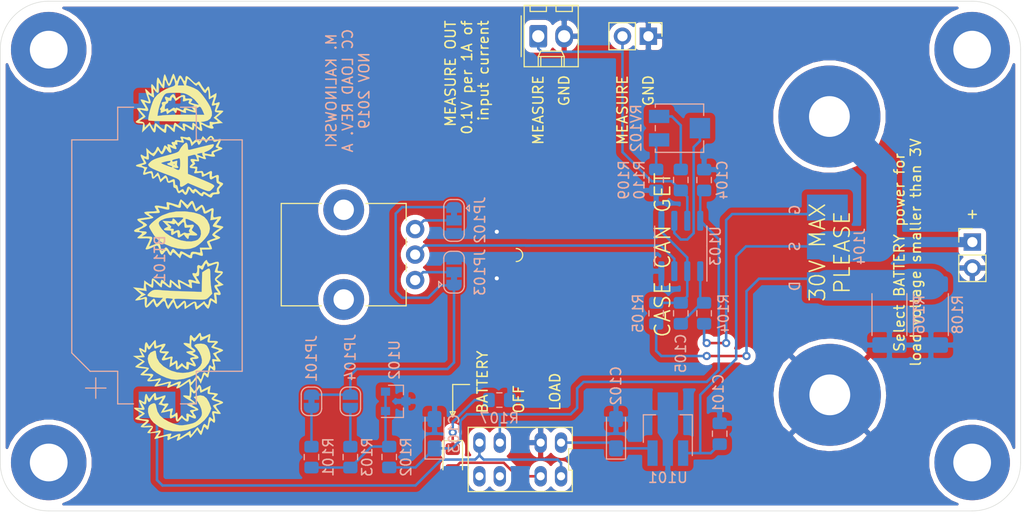
<source format=kicad_pcb>
(kicad_pcb (version 20171130) (host pcbnew "(5.1.2-1)-1")
  (layers (0 F.Cu signal) (31 B.Cu signal) (34 B.Paste user) (35 F.Paste user) (36 B.SilkS user hide) (37 F.SilkS user) (38 B.Mask user hide) (39 F.Mask user) (44 Edge.Cuts user))
  (net 0 "")
  (net 1 /BATTERY+)
  (net 2 GND)
  (net 3 VDD)
  (net 4 "Net-(C102-Pad1)")
  (net 5 "Net-(C103-Pad1)")
  (net 6 /SENSE)
  (net 7 "Net-(C105-Pad1)")
  (net 8 "Net-(D101-Pad2)")
  (net 9 "Net-(D101-Pad1)")
  (net 10 "Net-(H101-Pad1)")
  (net 11 "Net-(H102-Pad1)")
  (net 12 "Net-(H103-Pad1)")
  (net 13 "Net-(H104-Pad1)")
  (net 14 /MEASURE)
  (net 15 "Net-(JP101-Pad1)")
  (net 16 "Net-(JP101-Pad2)")
  (net 17 "Net-(JP102-Pad2)")
  (net 18 "Net-(JP103-Pad2)")
  (net 19 "Net-(JP104-Pad2)")
  (net 20 +2V5)
  (net 21 "Net-(J104-Pad2)")
  (net 22 "Net-(J104-Pad1)")
  (net 23 "Net-(RV101-Pad2)")
  (net 24 "Net-(RV102-Pad2)")
  (net 25 "Net-(SW101-Pad5)")
  (net 26 "Net-(SW101-Pad6)")
  (net 27 "Net-(R109-Pad1)")
  (net 28 "Net-(R110-Pad2)")
  (module CCLoad:Binding_Post_Caltest_CT2234 (layer F.Cu) (at 182.84 88.9)
    (fp_text reference J101 hide)
    (fp_text value BANANA)
    (pad 1 thru_hole circle (at 0 0) (size 10 10) (drill 4) (layers *.Cu *.Mask) (net 3 VDD))
  )
  (module CCLoad:logo_silk (layer F.Cu) (at 118.872 102.616 90)
    (fp_text reference G*** hide)
    (fp_text value LOGO hide)
  )
  (module CCLoad:hot_solder_mask (layer F.Cu) (at 172.339 102.235 90)
    (fp_text reference G*** hide)
    (fp_text value LOGO hide)
  )
  (module Resistor_SMD:R_2512_6332Metric_Pad1.52x3.35mm_HandSolder (layer B.Cu) (at 192.786 108.331 90)
    (fp_text reference R108 (at 0 2.62 90) (layer B.SilkS) (effects (justify mirror)))
    (fp_text value 0.1R)
    (pad 2 smd roundrect (at 2.9875 0 90) (size 1.525 3.35) (layers B.Cu B.Paste B.Mask) (roundrect_rratio 0.163934) (net 22 "Net-(J104-Pad1)"))
    (pad 1 smd roundrect (at -2.9875 0 90) (size 1.525 3.35) (layers B.Cu B.Paste B.Mask) (roundrect_rratio 0.163934) (net 2 GND))
  )
  (module CCLoad:BTS117_outboard (layer B.Cu) (at 182.64 101.64 270)
    (fp_text reference J104 (at 0 -3.161 270) (layer B.SilkS) (effects (justify mirror)))
    (fp_text value BTS117)
    (fp_text user D (at 3.897 3.189 270) (layer B.SilkS) (effects (justify mirror)))
    (fp_text user S (at 0 3.189 270) (layer B.SilkS) (effects (justify mirror)))
    (fp_text user G (at -3.596 3.189 270) (layer B.SilkS) (effects (justify mirror)))
    (pad 2 smd rect (at -3.81 0 270) (size 2.54 4) (layers B.Cu B.Paste B.Mask) (net 21 "Net-(J104-Pad2)"))
    (pad 1 smd rect (at 3.81 0 270) (size 2.54 4) (layers B.Cu B.Paste B.Mask) (net 22 "Net-(J104-Pad1)"))
    (pad 3 smd rect (at 0 0 270) (size 2.54 4) (layers B.Cu B.Paste B.Mask) (net 3 VDD))
  )
  (module CCLoad:Binding_Post_Caltest_CT2234 (layer F.Cu) (at 182.88 116.205)
    (fp_text reference J102 hide)
    (fp_text value BANANA)
    (pad 1 thru_hole circle (at 0 0) (size 10 10) (drill 4) (layers *.Cu *.Mask) (net 2 GND))
  )
  (module Capacitor_Tantalum_SMD:CP_EIA-3216-12_Kemet-S_Pad1.58x1.35mm_HandSolder (layer B.Cu) (at 144.145 120.015 90)
    (fp_text reference C103 (at 0 1.905 90) (layer B.SilkS) (effects (justify mirror)))
    (fp_text value 10uF)
    (pad 2 smd roundrect (at 1.4375 0 90) (size 1.575 1.35) (layers B.Cu B.Paste B.Mask) (roundrect_rratio 0.185185) (net 2 GND))
    (pad 1 smd roundrect (at -1.4375 0 90) (size 1.575 1.35) (layers B.Cu B.Paste B.Mask) (roundrect_rratio 0.185185) (net 5 "Net-(C103-Pad1)"))
  )
  (module Capacitor_Tantalum_SMD:CP_EIA-3216-12_Kemet-S_Pad1.58x1.35mm_HandSolder (layer B.Cu) (at 161.925 120.015 90)
    (fp_text reference C102 (at 4.699 0 90) (layer B.SilkS) (effects (justify mirror)))
    (fp_text value 10uF)
    (pad 2 smd roundrect (at 1.4375 0 90) (size 1.575 1.35) (layers B.Cu B.Paste B.Mask) (roundrect_rratio 0.185185) (net 2 GND))
    (pad 1 smd roundrect (at -1.4375 0 90) (size 1.575 1.35) (layers B.Cu B.Paste B.Mask) (roundrect_rratio 0.185185) (net 4 "Net-(C102-Pad1)"))
  )
  (module Battery:BatteryHolder_Keystone_1060_1x2032 (layer B.Cu) (at 116.94 102.54 90)
    (fp_text reference BT101 (at -0.33 0.281 270) (layer B.SilkS) (effects (justify mirror)))
    (fp_text value Battery_Cell)
    (pad 1 smd rect (at -14.65 0 270) (size 2.6 3.6) (layers B.Cu B.Paste B.Mask) (net 1 /BATTERY+))
    (pad 2 smd rect (at 14.65 0 270) (size 2.6 3.6) (layers B.Cu B.Paste B.Mask) (net 2 GND))
  )
  (module Package_SO:SOIC-8_3.9x4.9mm_P1.27mm (layer B.Cu) (at 168.275 101.6 90)
    (fp_text reference U103 (at 0 3.4 -90) (layer B.SilkS) (effects (justify mirror)))
    (fp_text value MCP6002-xP)
    (pad 8 smd roundrect (at 2.475 1.905 90) (size 1.95 0.6) (layers B.Cu B.Paste B.Mask) (net 5 "Net-(C103-Pad1)"))
    (pad 7 smd roundrect (at 2.475 0.635 90) (size 1.95 0.6) (layers B.Cu B.Paste B.Mask) (net 14 /MEASURE))
    (pad 6 smd roundrect (at 2.475 -0.635 90) (size 1.95 0.6) (layers B.Cu B.Paste B.Mask) (net 24 "Net-(RV102-Pad2)"))
    (pad 5 smd roundrect (at 2.475 -1.905 90) (size 1.95 0.6) (layers B.Cu B.Paste B.Mask) (net 6 /SENSE))
    (pad 4 smd roundrect (at -2.475 -1.905 90) (size 1.95 0.6) (layers B.Cu B.Paste B.Mask) (net 2 GND))
    (pad 3 smd roundrect (at -2.475 -0.635 90) (size 1.95 0.6) (layers B.Cu B.Paste B.Mask) (net 23 "Net-(RV101-Pad2)"))
    (pad 2 smd roundrect (at -2.475 0.635 90) (size 1.95 0.6) (layers B.Cu B.Paste B.Mask) (net 6 /SENSE))
    (pad 1 smd roundrect (at -2.475 1.905 90) (size 1.95 0.6) (layers B.Cu B.Paste B.Mask) (net 7 "Net-(C105-Pad1)"))
  )
  (module Package_TO_SOT_SMD:SOT-23 (layer B.Cu) (at 140.335 116.84)
    (fp_text reference U102 (at -0.127 -4.064 90) (layer B.SilkS) (effects (justify mirror)))
    (fp_text value CJ431)
    (pad 3 smd rect (at 1 0) (size 0.9 0.8) (layers B.Cu B.Paste B.Mask) (net 2 GND))
    (pad 2 smd rect (at -1 -0.95) (size 0.9 0.8) (layers B.Cu B.Paste B.Mask) (net 20 +2V5))
    (pad 1 smd rect (at -1 0.95) (size 0.9 0.8) (layers B.Cu B.Paste B.Mask) (net 20 +2V5))
  )
  (module Package_TO_SOT_SMD:SOT-89-3_Handsoldering (layer B.Cu) (at 167.005 119.94 90)
    (fp_text reference U101 (at -4.393 0 180) (layer B.SilkS) (effects (justify mirror)))
    (fp_text value "HT7533-1 (3V3)")
    (pad 2 smd trapezoid (at -0.37 0) (size 1.5 0.75) (rect_delta 0 -0.5) (layers B.Cu B.Paste B.Mask) (net 2 GND))
    (pad 2 smd rect (at 1.98 0 180) (size 2 4) (layers B.Cu B.Paste B.Mask) (net 2 GND))
    (pad 3 smd rect (at -1.98 -1.5 180) (size 1 2.5) (layers B.Cu B.Paste B.Mask) (net 4 "Net-(C102-Pad1)"))
    (pad 2 smd rect (at -1.98 0 180) (size 1 2.5) (layers B.Cu B.Paste B.Mask) (net 2 GND))
    (pad 1 smd rect (at -1.98 1.5 180) (size 1 2.5) (layers B.Cu B.Paste B.Mask) (net 3 VDD))
  )
  (module CCLoad:SW_DP3T_ALPS_SSSS223600 (layer F.Cu) (at 152.54 122.54 180)
    (fp_text reference SW101 hide)
    (fp_text value SW_DP3T)
    (pad 4 thru_hole oval (at 4 1.65 180) (size 1.2 2) (drill 0.8) (layers *.Cu *.Mask) (net 1 /BATTERY+))
    (pad 5 thru_hole oval (at 4 -1.65 180) (size 1.2 2) (drill 0.8) (layers *.Cu *.Mask) (net 25 "Net-(SW101-Pad5)"))
    (pad 3 thru_hole oval (at 2 1.65 180) (size 1.2 2) (drill 0.8) (layers *.Cu *.Mask) (net 5 "Net-(C103-Pad1)"))
    (pad 6 thru_hole oval (at 2 -1.65 180) (size 1.2 2) (drill 0.8) (layers *.Cu *.Mask) (net 26 "Net-(SW101-Pad6)"))
    (pad 2 thru_hole oval (at -2 1.65 180) (size 1.2 2) (drill 0.8) (layers *.Cu *.Mask) (net 2 GND))
    (pad 7 thru_hole oval (at -2 -1.65 180) (size 1.2 2) (drill 0.8) (layers *.Cu *.Mask) (net 8 "Net-(D101-Pad2)"))
    (pad 1 thru_hole oval (at -4 1.65 180) (size 1.2 2) (drill 0.8) (layers *.Cu *.Mask) (net 4 "Net-(C102-Pad1)"))
    (pad 8 thru_hole oval (at -4 -1.65 180) (size 1.2 2) (drill 0.8) (layers *.Cu *.Mask) (net 1 /BATTERY+))
  )
  (module Potentiometer_SMD:Potentiometer_Bourns_3314J_Vertical (layer B.Cu) (at 168.148 90.043 270)
    (fp_text reference RV102 (at 0 4.25 90) (layer B.SilkS) (effects (justify mirror)))
    (fp_text value 1k)
    (pad 3 smd rect (at -1.15 2 270) (size 1.3 2) (layers B.Cu B.Paste B.Mask) (net 28 "Net-(R110-Pad2)"))
    (pad 2 smd rect (at 0 -2 270) (size 2 2) (layers B.Cu B.Paste B.Mask) (net 24 "Net-(RV102-Pad2)"))
    (pad 1 smd rect (at 1.15 2 270) (size 1.3 2) (layers B.Cu B.Paste B.Mask) (net 27 "Net-(R109-Pad1)"))
  )
  (module Potentiometer_THT:Potentiometer_Alps_RK09K_Single_Vertical (layer F.Cu) (at 142.24 99.949 180)
    (fp_text reference RV101 hide)
    (fp_text value 10k)
    (pad "" np_thru_hole circle (at 7 1.9 180) (size 4 4) (drill 2) (layers *.Cu *.Mask))
    (pad "" np_thru_hole circle (at 7 -6.9 180) (size 4 4) (drill 2) (layers *.Cu *.Mask))
    (pad 1 thru_hole circle (at 0 0 180) (size 1.8 1.8) (drill 1) (layers *.Cu *.Mask) (net 17 "Net-(JP102-Pad2)"))
    (pad 2 thru_hole circle (at 0 -2.5 180) (size 1.8 1.8) (drill 1) (layers *.Cu *.Mask) (net 23 "Net-(RV101-Pad2)"))
    (pad 3 thru_hole circle (at 0 -5 180) (size 1.8 1.8) (drill 1) (layers *.Cu *.Mask) (net 18 "Net-(JP103-Pad2)"))
  )
  (module Resistor_SMD:R_0805_2012Metric_Pad1.15x1.40mm_HandSolder (layer B.Cu) (at 168.275 95.123 90)
    (fp_text reference R110 (at 0 -4.064 90) (layer B.SilkS) (effects (justify mirror)))
    (fp_text value 10k)
    (pad 2 smd roundrect (at 1.025 0 90) (size 1.15 1.4) (layers B.Cu B.Paste B.Mask) (roundrect_rratio 0.217391) (net 28 "Net-(R110-Pad2)"))
    (pad 1 smd roundrect (at -1.025 0 90) (size 1.15 1.4) (layers B.Cu B.Paste B.Mask) (roundrect_rratio 0.217391) (net 14 /MEASURE))
  )
  (module Resistor_SMD:R_0805_2012Metric_Pad1.15x1.40mm_HandSolder (layer B.Cu) (at 165.862 95.123 270)
    (fp_text reference R109 (at 0 3.175 90) (layer B.SilkS) (effects (justify mirror)))
    (fp_text value 10k)
    (pad 2 smd roundrect (at 1.025 0 270) (size 1.15 1.4) (layers B.Cu B.Paste B.Mask) (roundrect_rratio 0.217391) (net 2 GND))
    (pad 1 smd roundrect (at -1.025 0 270) (size 1.15 1.4) (layers B.Cu B.Paste B.Mask) (roundrect_rratio 0.217391) (net 27 "Net-(R109-Pad1)"))
  )
  (module Resistor_SMD:R_0805_2012Metric_Pad1.15x1.40mm_HandSolder (layer B.Cu) (at 150.495 116.713)
    (fp_text reference R107 (at 0 1.778 180) (layer B.SilkS) (effects (justify mirror)))
    (fp_text value 100R)
    (pad 2 smd roundrect (at 1.025 0) (size 1.15 1.4) (layers B.Cu B.Paste B.Mask) (roundrect_rratio 0.217391) (net 2 GND))
    (pad 1 smd roundrect (at -1.025 0) (size 1.15 1.4) (layers B.Cu B.Paste B.Mask) (roundrect_rratio 0.217391) (net 9 "Net-(D101-Pad1)"))
  )
  (module Resistor_SMD:R_2512_6332Metric_Pad1.52x3.35mm_HandSolder (layer B.Cu) (at 188.722 108.331 90)
    (fp_text reference R106 (at 0 2.921 270) (layer B.SilkS) (effects (justify mirror)))
    (fp_text value 0.1R)
    (pad 2 smd roundrect (at 2.9875 0 90) (size 1.525 3.35) (layers B.Cu B.Paste B.Mask) (roundrect_rratio 0.163934) (net 22 "Net-(J104-Pad1)"))
    (pad 1 smd roundrect (at -2.9875 0 90) (size 1.525 3.35) (layers B.Cu B.Paste B.Mask) (roundrect_rratio 0.163934) (net 2 GND))
  )
  (module Resistor_SMD:R_0805_2012Metric_Pad1.15x1.40mm_HandSolder (layer B.Cu) (at 165.862 108.204 90)
    (fp_text reference R105 (at 0 -1.778 90) (layer B.SilkS) (effects (justify mirror)))
    (fp_text value 0R)
    (pad 2 smd roundrect (at 1.025 0 90) (size 1.15 1.4) (layers B.Cu B.Paste B.Mask) (roundrect_rratio 0.217391) (net 6 /SENSE))
    (pad 1 smd roundrect (at -1.025 0 90) (size 1.15 1.4) (layers B.Cu B.Paste B.Mask) (roundrect_rratio 0.217391) (net 22 "Net-(J104-Pad1)"))
  )
  (module Resistor_SMD:R_0805_2012Metric_Pad1.15x1.40mm_HandSolder (layer B.Cu) (at 170.561 108.204 90)
    (fp_text reference R104 (at 0 1.905 270) (layer B.SilkS) (effects (justify mirror)))
    (fp_text value 100R)
    (pad 2 smd roundrect (at 1.025 0 90) (size 1.15 1.4) (layers B.Cu B.Paste B.Mask) (roundrect_rratio 0.217391) (net 7 "Net-(C105-Pad1)"))
    (pad 1 smd roundrect (at -1.025 0 90) (size 1.15 1.4) (layers B.Cu B.Paste B.Mask) (roundrect_rratio 0.217391) (net 21 "Net-(J104-Pad2)"))
  )
  (module Resistor_SMD:R_0805_2012Metric_Pad1.15x1.40mm_HandSolder (layer B.Cu) (at 135.89 122.31 90)
    (fp_text reference R103 (at 0 1.65 -90) (layer B.SilkS) (effects (justify mirror)))
    (fp_text value 82k)
    (pad 2 smd roundrect (at 1.025 0 90) (size 1.15 1.4) (layers B.Cu B.Paste B.Mask) (roundrect_rratio 0.217391) (net 19 "Net-(JP104-Pad2)"))
    (pad 1 smd roundrect (at -1.025 0 90) (size 1.15 1.4) (layers B.Cu B.Paste B.Mask) (roundrect_rratio 0.217391) (net 20 +2V5))
  )
  (module Resistor_SMD:R_0805_2012Metric_Pad1.15x1.40mm_HandSolder (layer B.Cu) (at 139.7 122.301 90)
    (fp_text reference R102 (at 0 1.65 90) (layer B.SilkS) (effects (justify mirror)))
    (fp_text value 330R)
    (pad 2 smd roundrect (at 1.025 0 90) (size 1.15 1.4) (layers B.Cu B.Paste B.Mask) (roundrect_rratio 0.217391) (net 20 +2V5))
    (pad 1 smd roundrect (at -1.025 0 90) (size 1.15 1.4) (layers B.Cu B.Paste B.Mask) (roundrect_rratio 0.217391) (net 5 "Net-(C103-Pad1)"))
  )
  (module Resistor_SMD:R_0805_2012Metric_Pad1.15x1.40mm_HandSolder (layer B.Cu) (at 132.08 122.31 90)
    (fp_text reference R101 (at 0 1.65 -90) (layer B.SilkS) (effects (justify mirror)))
    (fp_text value 162k)
    (pad 2 smd roundrect (at 1.025 0 90) (size 1.15 1.4) (layers B.Cu B.Paste B.Mask) (roundrect_rratio 0.217391) (net 16 "Net-(JP101-Pad2)"))
    (pad 1 smd roundrect (at -1.025 0 90) (size 1.15 1.4) (layers B.Cu B.Paste B.Mask) (roundrect_rratio 0.217391) (net 20 +2V5))
  )
  (module Jumper:SolderJumper-2_P1.3mm_Open_RoundedPad1.0x1.5mm (layer B.Cu) (at 135.89 116.84 270)
    (fp_text reference JP104 (at -4.318 0 270) (layer B.SilkS) (effects (justify mirror)))
    (fp_text value Jumper_2_Open)
    (pad 2 smd custom (at 0.65 0 270) (size 1 0.5) (layers B.Cu B.Mask) (net 19 "Net-(JP104-Pad2)") (options (clearance outline) (anchor rect)) (primitives (gr_circle (center 0 -0.25) (end 0.5 -0.25) (width 0)) (gr_circle (center 0 0.25) (end 0.5 0.25) (width 0)) (gr_poly (pts (xy 0 0.75) (xy -0.5 0.75) (xy -0.5 -0.75) (xy 0 -0.75)) (width 0))))
    (pad 1 smd custom (at -0.65 0 270) (size 1 0.5) (layers B.Cu B.Mask) (net 15 "Net-(JP101-Pad1)") (options (clearance outline) (anchor rect)) (primitives (gr_circle (center 0 -0.25) (end 0.5 -0.25) (width 0)) (gr_circle (center 0 0.25) (end 0.5 0.25) (width 0)) (gr_poly (pts (xy 0 0.75) (xy 0.5 0.75) (xy 0.5 -0.75) (xy 0 -0.75)) (width 0))))
  )
  (module Jumper:SolderJumper-3_P1.3mm_Bridged12_RoundedPad1.0x1.5mm (layer B.Cu) (at 146.05 104.17 90)
    (fp_text reference JP103 (at 0 2.54 90) (layer B.SilkS) (effects (justify mirror)))
    (fp_text value Jumper_3_Open)
    (fp_poly (pts (xy -0.9 0.3) (xy -0.4 0.3) (xy -0.4 -0.3) (xy -0.9 -0.3)) (layer B.Cu) (width 0))
    (pad 1 smd custom (at -1.3 0 90) (size 1 0.5) (layers B.Cu B.Mask) (net 15 "Net-(JP101-Pad1)") (options (clearance outline) (anchor rect)) (primitives (gr_circle (center 0 -0.25) (end 0.5 -0.25) (width 0)) (gr_circle (center 0 0.25) (end 0.5 0.25) (width 0)) (gr_poly (pts (xy 0.55 0.75) (xy 0 0.75) (xy 0 -0.75) (xy 0.55 -0.75)) (width 0))))
    (pad 2 smd rect (at 0 0 90) (size 1 1.5) (layers B.Cu B.Mask) (net 18 "Net-(JP103-Pad2)"))
    (pad 3 smd custom (at 1.3 0 90) (size 1 0.5) (layers B.Cu B.Mask) (net 2 GND) (options (clearance outline) (anchor rect)) (primitives (gr_circle (center 0 -0.25) (end 0.5 -0.25) (width 0)) (gr_circle (center 0 0.25) (end 0.5 0.25) (width 0)) (gr_poly (pts (xy -0.55 0.75) (xy 0 0.75) (xy 0 -0.75) (xy -0.55 -0.75)) (width 0))))
  )
  (module Jumper:SolderJumper-3_P1.3mm_Bridged12_RoundedPad1.0x1.5mm (layer B.Cu) (at 146.05 99.09 270)
    (fp_text reference JP102 (at -0.03 -2.54 90) (layer B.SilkS) (effects (justify mirror)))
    (fp_text value Jumper_3_Open)
    (fp_poly (pts (xy -0.9 0.3) (xy -0.4 0.3) (xy -0.4 -0.3) (xy -0.9 -0.3)) (layer B.Cu) (width 0))
    (pad 1 smd custom (at -1.3 0 270) (size 1 0.5) (layers B.Cu B.Mask) (net 15 "Net-(JP101-Pad1)") (options (clearance outline) (anchor rect)) (primitives (gr_circle (center 0 -0.25) (end 0.5 -0.25) (width 0)) (gr_circle (center 0 0.25) (end 0.5 0.25) (width 0)) (gr_poly (pts (xy 0.55 0.75) (xy 0 0.75) (xy 0 -0.75) (xy 0.55 -0.75)) (width 0))))
    (pad 2 smd rect (at 0 0 270) (size 1 1.5) (layers B.Cu B.Mask) (net 17 "Net-(JP102-Pad2)"))
    (pad 3 smd custom (at 1.3 0 270) (size 1 0.5) (layers B.Cu B.Mask) (net 2 GND) (options (clearance outline) (anchor rect)) (primitives (gr_circle (center 0 -0.25) (end 0.5 -0.25) (width 0)) (gr_circle (center 0 0.25) (end 0.5 0.25) (width 0)) (gr_poly (pts (xy -0.55 0.75) (xy 0 0.75) (xy 0 -0.75) (xy -0.55 -0.75)) (width 0))))
  )
  (module Jumper:SolderJumper-2_P1.3mm_Bridged_RoundedPad1.0x1.5mm (layer B.Cu) (at 132.08 116.84 270)
    (fp_text reference JP101 (at -4.191 0 270) (layer B.SilkS) (effects (justify mirror)))
    (fp_text value Jumper_2_Bridged)
    (fp_poly (pts (xy 0.25 0.3) (xy -0.25 0.3) (xy -0.25 -0.3) (xy 0.25 -0.3)) (layer B.Cu) (width 0))
    (pad 1 smd custom (at -0.65 0 270) (size 1 0.5) (layers B.Cu B.Mask) (net 15 "Net-(JP101-Pad1)") (options (clearance outline) (anchor rect)) (primitives (gr_circle (center 0 -0.25) (end 0.5 -0.25) (width 0)) (gr_circle (center 0 0.25) (end 0.5 0.25) (width 0)) (gr_poly (pts (xy 0 0.75) (xy 0.5 0.75) (xy 0.5 -0.75) (xy 0 -0.75)) (width 0))))
    (pad 2 smd custom (at 0.65 0 270) (size 1 0.5) (layers B.Cu B.Mask) (net 16 "Net-(JP101-Pad2)") (options (clearance outline) (anchor rect)) (primitives (gr_circle (center 0 -0.25) (end 0.5 -0.25) (width 0)) (gr_circle (center 0 0.25) (end 0.5 0.25) (width 0)) (gr_poly (pts (xy 0 0.75) (xy -0.5 0.75) (xy -0.5 -0.75) (xy 0 -0.75)) (width 0))))
  )
  (module Connector_PinHeader_2.54mm:PinHeader_1x02_P2.54mm_Vertical (layer F.Cu) (at 165.1 81.026 270)
    (fp_text reference J106 hide)
    (fp_text value MOLEX)
    (pad 2 thru_hole oval (at 0 2.54 270) (size 1.7 1.7) (drill 1) (layers *.Cu *.Mask) (net 14 /MEASURE))
    (pad 1 thru_hole rect (at 0 0 270) (size 1.7 1.7) (drill 1) (layers *.Cu *.Mask) (net 2 GND))
  )
  (module Connector_Molex:Molex_KK-254_AE-6410-02A_1x02_P2.54mm_Vertical (layer F.Cu) (at 154.305 81.026)
    (fp_text reference J105 hide)
    (fp_text value SCREW_TERMINAL)
    (pad 2 thru_hole oval (at 2.54 0) (size 1.74 2.2) (drill 1.2) (layers *.Cu *.Mask) (net 2 GND))
    (pad 1 thru_hole roundrect (at 0 0) (size 1.74 2.2) (drill 1.2) (layers *.Cu *.Mask) (roundrect_rratio 0.143678) (net 14 /MEASURE))
  )
  (module Connector_PinHeader_2.54mm:PinHeader_1x02_P2.54mm_Vertical (layer F.Cu) (at 196.85 101.219)
    (fp_text reference J103 hide)
    (fp_text value MOLEX)
    (pad 2 thru_hole oval (at 0 2.54) (size 1.7 1.7) (drill 1) (layers *.Cu *.Mask) (net 2 GND))
    (pad 1 thru_hole rect (at 0 0) (size 1.7 1.7) (drill 1) (layers *.Cu *.Mask) (net 3 VDD))
  )
  (module MountingHole:MountingHole_3.7mm_Pad (layer F.Cu) (at 196.83 122.84)
    (fp_text reference H104 hide)
    (fp_text value MountingHole_Pad)
    (pad 1 thru_hole circle (at 0 0) (size 7.4 7.4) (drill 3.7) (layers *.Cu *.Mask) (net 13 "Net-(H104-Pad1)"))
  )
  (module MountingHole:MountingHole_3.7mm_Pad (layer F.Cu) (at 196.83 82.34)
    (fp_text reference H103 hide)
    (fp_text value MountingHole_Pad)
    (pad 1 thru_hole circle (at 0 0) (size 7.4 7.4) (drill 3.7) (layers *.Cu *.Mask) (net 12 "Net-(H103-Pad1)"))
  )
  (module MountingHole:MountingHole_3.7mm_Pad (layer F.Cu) (at 106.33 122.84)
    (fp_text reference H102 hide)
    (fp_text value MountingHole_Pad)
    (pad 1 thru_hole circle (at 0 0) (size 7.4 7.4) (drill 3.7) (layers *.Cu *.Mask) (net 11 "Net-(H102-Pad1)"))
  )
  (module MountingHole:MountingHole_3.7mm_Pad (layer F.Cu) (at 106.33 82.34)
    (fp_text reference H101 hide)
    (fp_text value MountingHole_Pad)
    (pad 1 thru_hole circle (at 0 0) (size 7.4 7.4) (drill 3.7) (layers *.Cu *.Mask) (net 10 "Net-(H101-Pad1)"))
  )
  (module LED_SMD:LED_0805_2012Metric_Pad1.15x1.40mm_HandSolder (layer F.Cu) (at 145.923 122.555 270)
    (fp_text reference D101 hide)
    (fp_text value LED)
    (pad 2 smd roundrect (at 1.025 0 270) (size 1.15 1.4) (layers F.Cu F.Paste F.Mask) (roundrect_rratio 0.217391) (net 8 "Net-(D101-Pad2)"))
    (pad 1 smd roundrect (at -1.025 0 270) (size 1.15 1.4) (layers F.Cu F.Paste F.Mask) (roundrect_rratio 0.217391) (net 9 "Net-(D101-Pad1)"))
  )
  (module Capacitor_SMD:C_0805_2012Metric_Pad1.15x1.40mm_HandSolder (layer B.Cu) (at 168.275 108.204 90)
    (fp_text reference C105 (at -3.937 0 270) (layer B.SilkS) (effects (justify mirror)))
    (fp_text value 100nF)
    (pad 2 smd roundrect (at 1.025 0 90) (size 1.15 1.4) (layers B.Cu B.Paste B.Mask) (roundrect_rratio 0.217391) (net 6 /SENSE))
    (pad 1 smd roundrect (at -1.025 0 90) (size 1.15 1.4) (layers B.Cu B.Paste B.Mask) (roundrect_rratio 0.217391) (net 7 "Net-(C105-Pad1)"))
  )
  (module Capacitor_SMD:C_0805_2012Metric_Pad1.15x1.40mm_HandSolder (layer B.Cu) (at 170.561 95.132 90)
    (fp_text reference C104 (at 0 1.778 90) (layer B.SilkS) (effects (justify mirror)))
    (fp_text value 1uF)
    (pad 2 smd roundrect (at 1.025 0 90) (size 1.15 1.4) (layers B.Cu B.Paste B.Mask) (roundrect_rratio 0.217391) (net 2 GND))
    (pad 1 smd roundrect (at -1.025 0 90) (size 1.15 1.4) (layers B.Cu B.Paste B.Mask) (roundrect_rratio 0.217391) (net 5 "Net-(C103-Pad1)"))
  )
  (module Capacitor_SMD:C_0805_2012Metric_Pad1.15x1.40mm_HandSolder (layer B.Cu) (at 172.085 120.015 90)
    (fp_text reference C101 (at 3.937 -0.127 90) (layer B.SilkS) (effects (justify mirror)))
    (fp_text value 1uF)
    (pad 2 smd roundrect (at 1.025 0 90) (size 1.15 1.4) (layers B.Cu B.Paste B.Mask) (roundrect_rratio 0.217391) (net 2 GND))
    (pad 1 smd roundrect (at -1.025 0 90) (size 1.15 1.4) (layers B.Cu B.Paste B.Mask) (roundrect_rratio 0.217391) (net 3 VDD))
  )
  (gr_text "30V MAX\nPLEASE" (at 182.88 102.235 90) (layer F.SilkS) (effects (font (size 1.5 1.5))))
  (gr_text "M. KALINOWSKI\nCC LOAD REV. A\nNOV 2019" (at 135.636 86.36 90) (layer B.SilkS) (effects (font (size 1 1)) (justify mirror)))
  (gr_text "CASE CAN GET" (at 166.497 102.489 90) (layer F.SilkS) (effects (font (size 1.5 1.5))))
  (gr_text + (at 196.85 98.425) (layer F.SilkS) (effects (font (size 1 1))))
  (gr_text "Select BATTERY power for\nload voltage smaller than 3V" (at 190.5 102.235 90) (layer F.SilkS) (effects (font (size 1 1))))
  (gr_arc (start 152.146 102.489) (end 152.146 103.124) (angle -180) (layer F.SilkS) (width 0.12))
  (gr_line (start 146.177 117.856) (end 145.923 118.364) (layer F.SilkS) (width 0.12))
  (gr_line (start 145.669 117.856) (end 146.177 117.856) (layer F.SilkS) (width 0.12))
  (gr_line (start 145.923 118.364) (end 145.669 117.856) (layer F.SilkS) (width 0.12))
  (gr_line (start 145.923 117.983) (end 145.923 118.364) (layer F.SilkS) (width 0.12))
  (gr_line (start 145.923 115.189) (end 145.923 117.983) (layer F.SilkS) (width 0.12))
  (gr_line (start 147.574 115.189) (end 145.923 115.189) (layer F.SilkS) (width 0.12))
  (gr_text LOAD (at 155.956 117.856 90) (layer F.SilkS) (effects (font (size 1 1)) (justify left)))
  (gr_text OFF (at 152.4 118.11 90) (layer F.SilkS) (effects (font (size 1 1)) (justify left)))
  (gr_text BATTERY (at 148.844 118.11 90) (layer F.SilkS) (effects (font (size 1 1)) (justify left)))
  (gr_text GND (at 165.1 86.36 90) (layer F.SilkS) (effects (font (size 1 1))))
  (gr_text MEASURE (at 162.56 88.265 90) (layer F.SilkS) (effects (font (size 1 1))))
  (gr_text GND (at 156.845 86.36 90) (layer F.SilkS) (effects (font (size 1 1))))
  (gr_text MEASURE (at 154.305 88.265 90) (layer F.SilkS) (effects (font (size 1 1))))
  (gr_text "MEASURE OUT\n0.1V per 1A of\ninput current" (at 147.32 79.375 90) (layer F.SilkS) (effects (font (size 1 1)) (justify right)))
  (gr_line (start 201.58 122.84) (end 201.58 82.34) (layer Edge.Cuts) (width 0.05))
  (gr_line (start 106.33 127.59) (end 196.83 127.59) (layer Edge.Cuts) (width 0.05))
  (gr_line (start 101.58 82.34) (end 101.58 122.84) (layer Edge.Cuts) (width 0.05))
  (gr_line (start 196.83 77.59) (end 106.33 77.59) (layer Edge.Cuts) (width 0.05))
  (gr_arc (start 106.33 122.84) (end 101.58 122.84) (angle -90) (layer Edge.Cuts) (width 0.05))
  (gr_arc (start 196.83 122.84) (end 201.58 122.84) (angle 90) (layer Edge.Cuts) (width 0.05))
  (gr_arc (start 196.83 82.34) (end 196.83 77.59) (angle 90) (layer Edge.Cuts) (width 0.05))
  (gr_arc (start 106.33 82.34) (end 106.33 77.59) (angle -90) (layer Edge.Cuts) (width 0.05))
  (segment (start 156.21 122.555) (end 156.54 122.885) (width 0.25) (layer B.Cu) (net 1))
  (segment (start 148.54 122.14) (end 148.955 122.555) (width 0.25) (layer B.Cu) (net 1))
  (segment (start 156.54 122.885) (end 156.54 124.19) (width 0.25) (layer B.Cu) (net 1))
  (segment (start 148.955 122.555) (end 156.21 122.555) (width 0.25) (layer B.Cu) (net 1))
  (segment (start 148.54 120.89) (end 148.54 122.14) (width 0.25) (layer B.Cu) (net 1))
  (segment (start 148.54 122.14) (end 148.125 122.555) (width 0.25) (layer B.Cu) (net 1))
  (segment (start 142.27819 125.095) (end 117.475 125.095) (width 0.25) (layer B.Cu) (net 1))
  (segment (start 148.125 122.555) (end 144.81819 122.555) (width 0.25) (layer B.Cu) (net 1))
  (segment (start 116.94 124.56) (end 116.94 117.19) (width 0.25) (layer B.Cu) (net 1))
  (segment (start 117.475 125.095) (end 116.94 124.56) (width 0.25) (layer B.Cu) (net 1))
  (segment (start 144.81819 122.555) (end 142.27819 125.095) (width 0.25) (layer B.Cu) (net 1))
  (segment (start 167.005 121.92) (end 167.005 117.96) (width 0.25) (layer B.Cu) (net 2))
  (via (at 150.241 100.203) (size 0.8) (drill 0.4) (layers F.Cu B.Cu) (net 2))
  (via (at 150.241 104.775) (size 0.8) (drill 0.4) (layers F.Cu B.Cu) (net 2))
  (segment (start 171.205 121.92) (end 172.085 121.04) (width 0.25) (layer B.Cu) (net 3))
  (segment (start 168.505 121.92) (end 170.18 121.92) (width 0.25) (layer B.Cu) (net 3))
  (segment (start 170.18 121.92) (end 171.205 121.92) (width 0.25) (layer B.Cu) (net 3))
  (segment (start 181.91 101.64) (end 182.64 101.64) (width 0.25) (layer B.Cu) (net 3))
  (segment (start 170.18 116.20641) (end 173.703009 112.683401) (width 0.25) (layer B.Cu) (net 3))
  (segment (start 174.665 101.64) (end 182.64 101.64) (width 0.25) (layer B.Cu) (net 3))
  (segment (start 173.703009 102.601991) (end 174.665 101.64) (width 0.25) (layer B.Cu) (net 3))
  (segment (start 173.703009 112.683401) (end 173.703009 102.601991) (width 0.25) (layer B.Cu) (net 3))
  (segment (start 170.18 121.92) (end 170.18 116.20641) (width 0.25) (layer B.Cu) (net 3))
  (segment (start 186.839999 92.899999) (end 186.879999 92.899999) (width 3) (layer B.Cu) (net 3))
  (segment (start 182.84 88.9) (end 186.839999 92.899999) (width 3) (layer B.Cu) (net 3))
  (segment (start 186.879999 92.899999) (end 187.96 93.98) (width 3) (layer B.Cu) (net 3))
  (segment (start 187.64 101.64) (end 182.64 101.64) (width 3) (layer B.Cu) (net 3))
  (segment (start 187.96 101.32) (end 187.64 101.64) (width 3) (layer B.Cu) (net 3))
  (segment (start 187.96 93.98) (end 187.96 101.32) (width 3) (layer B.Cu) (net 3))
  (segment (start 188.061 101.219) (end 187.96 101.32) (width 1) (layer B.Cu) (net 3))
  (segment (start 196.85 101.219) (end 188.061 101.219) (width 1) (layer B.Cu) (net 3))
  (segment (start 161.3625 120.89) (end 161.925 121.4525) (width 0.25) (layer B.Cu) (net 4))
  (segment (start 156.54 120.89) (end 161.3625 120.89) (width 0.25) (layer B.Cu) (net 4))
  (segment (start 165.0375 121.4525) (end 165.505 121.92) (width 0.25) (layer B.Cu) (net 4))
  (segment (start 161.925 121.4525) (end 165.0375 121.4525) (width 0.25) (layer B.Cu) (net 4))
  (segment (start 170.18 96.538) (end 170.561 96.157) (width 0.25) (layer B.Cu) (net 5))
  (segment (start 170.18 99.125) (end 170.18 96.538) (width 0.25) (layer B.Cu) (net 5))
  (segment (start 150.54 121.29) (end 150.54 120.89) (width 0.25) (layer B.Cu) (net 5))
  (segment (start 142.2715 123.326) (end 144.145 121.4525) (width 0.25) (layer B.Cu) (net 5))
  (segment (start 139.7 123.326) (end 142.2715 123.326) (width 0.25) (layer B.Cu) (net 5))
  (segment (start 145.8825 121.4525) (end 144.145 121.4525) (width 0.25) (layer B.Cu) (net 5))
  (segment (start 146.685 120.65) (end 145.8825 121.4525) (width 0.25) (layer B.Cu) (net 5))
  (segment (start 147.32 118.11) (end 146.685 118.745) (width 0.25) (layer B.Cu) (net 5))
  (segment (start 149.225 118.11) (end 147.32 118.11) (width 0.25) (layer B.Cu) (net 5))
  (segment (start 146.685 118.745) (end 146.685 120.65) (width 0.25) (layer B.Cu) (net 5))
  (segment (start 150.54 118.155) (end 150.495 118.11) (width 0.25) (layer B.Cu) (net 5))
  (segment (start 150.54 120.89) (end 150.54 118.155) (width 0.25) (layer B.Cu) (net 5))
  (segment (start 149.225 118.11) (end 150.495 118.11) (width 0.25) (layer B.Cu) (net 5))
  (segment (start 170.55071 99.49571) (end 170.18 99.125) (width 0.25) (layer B.Cu) (net 5))
  (segment (start 171.994993 100.939993) (end 170.18 99.125) (width 0.25) (layer B.Cu) (net 5))
  (segment (start 171.994993 113.755007) (end 171.994993 100.939993) (width 0.25) (layer B.Cu) (net 5))
  (segment (start 158.75 114.935) (end 170.815 114.935) (width 0.25) (layer B.Cu) (net 5))
  (segment (start 158.115 115.57) (end 158.75 114.935) (width 0.25) (layer B.Cu) (net 5))
  (segment (start 170.815 114.935) (end 171.994993 113.755007) (width 0.25) (layer B.Cu) (net 5))
  (segment (start 158.115 117.475) (end 158.115 115.57) (width 0.25) (layer B.Cu) (net 5))
  (segment (start 157.48 118.11) (end 158.115 117.475) (width 0.25) (layer B.Cu) (net 5))
  (segment (start 150.495 118.11) (end 157.48 118.11) (width 0.25) (layer B.Cu) (net 5))
  (segment (start 168.91 103) (end 168.91 104.075) (width 0.25) (layer B.Cu) (net 6))
  (segment (start 168.91 102.74) (end 168.91 103) (width 0.25) (layer B.Cu) (net 6))
  (segment (start 166.37 100.2) (end 168.91 102.74) (width 0.25) (layer B.Cu) (net 6))
  (segment (start 166.37 99.125) (end 166.37 100.2) (width 0.25) (layer B.Cu) (net 6))
  (segment (start 165.862 107.179) (end 168.275 107.179) (width 0.25) (layer B.Cu) (net 6))
  (segment (start 168.275 107.179) (end 168.91 106.544) (width 0.25) (layer B.Cu) (net 6))
  (segment (start 168.91 106.544) (end 168.91 104.075) (width 0.25) (layer B.Cu) (net 6))
  (segment (start 170.18 106.798) (end 170.561 107.179) (width 0.25) (layer B.Cu) (net 7))
  (segment (start 170.18 104.075) (end 170.18 106.798) (width 0.25) (layer B.Cu) (net 7))
  (segment (start 170.325 107.179) (end 170.561 107.179) (width 0.25) (layer B.Cu) (net 7))
  (segment (start 168.275 109.229) (end 170.325 107.179) (width 0.25) (layer B.Cu) (net 7))
  (segment (start 146.63801 122.86499) (end 146.546372 122.956628) (width 0.25) (layer F.Cu) (net 8))
  (segment (start 146.546372 122.956628) (end 145.923 123.58) (width 0.25) (layer F.Cu) (net 8))
  (segment (start 150.923151 122.86499) (end 146.63801 122.86499) (width 0.25) (layer F.Cu) (net 8))
  (segment (start 152.248161 124.19) (end 150.923151 122.86499) (width 0.25) (layer F.Cu) (net 8))
  (segment (start 154.54 124.19) (end 152.248161 124.19) (width 0.25) (layer F.Cu) (net 8))
  (via (at 145.923 119.888) (size 0.8) (drill 0.4) (layers F.Cu B.Cu) (net 9))
  (segment (start 145.923 121.53) (end 145.923 119.888) (width 0.25) (layer F.Cu) (net 9))
  (segment (start 148.795 116.713) (end 149.47 116.713) (width 0.25) (layer B.Cu) (net 9))
  (segment (start 148.08059 116.713) (end 148.795 116.713) (width 0.25) (layer B.Cu) (net 9))
  (segment (start 145.923 118.87059) (end 148.08059 116.713) (width 0.25) (layer B.Cu) (net 9))
  (segment (start 145.923 119.888) (end 145.923 118.87059) (width 0.25) (layer B.Cu) (net 9))
  (segment (start 168.91 96.783) (end 168.275 96.148) (width 0.25) (layer B.Cu) (net 14))
  (segment (start 168.91 99.125) (end 168.91 96.783) (width 0.25) (layer B.Cu) (net 14))
  (segment (start 162.56 82.228081) (end 162.56 81.026) (width 0.25) (layer B.Cu) (net 14))
  (segment (start 162.56 92.38419) (end 162.56 82.228081) (width 0.25) (layer B.Cu) (net 14))
  (segment (start 165.4238 95.24799) (end 162.56 92.38419) (width 0.25) (layer B.Cu) (net 14))
  (segment (start 167.37499 95.24799) (end 165.4238 95.24799) (width 0.25) (layer B.Cu) (net 14))
  (segment (start 168.275 96.148) (end 167.37499 95.24799) (width 0.25) (layer B.Cu) (net 14))
  (segment (start 154.305 82.226) (end 154.629 82.55) (width 0.25) (layer B.Cu) (net 14))
  (segment (start 154.305 81.026) (end 154.305 82.226) (width 0.25) (layer B.Cu) (net 14))
  (segment (start 154.629 82.55) (end 162.56 82.55) (width 0.25) (layer B.Cu) (net 14))
  (segment (start 135.89 116.19) (end 135.89 114.3) (width 0.25) (layer B.Cu) (net 15))
  (segment (start 135.89 114.3) (end 136.525 113.665) (width 0.25) (layer B.Cu) (net 15))
  (segment (start 136.525 113.665) (end 145.415 113.665) (width 0.25) (layer B.Cu) (net 15))
  (segment (start 145.415 113.665) (end 146.05 113.03) (width 0.25) (layer B.Cu) (net 15))
  (segment (start 146.05 113.03) (end 146.05 105.47) (width 0.25) (layer B.Cu) (net 15))
  (segment (start 132.08 116.19) (end 135.89 116.19) (width 0.25) (layer B.Cu) (net 15))
  (segment (start 144.72 105.47) (end 146.05 105.47) (width 0.25) (layer B.Cu) (net 15))
  (segment (start 143.51 106.68) (end 144.72 105.47) (width 0.25) (layer B.Cu) (net 15))
  (segment (start 140.97 106.68) (end 143.51 106.68) (width 0.25) (layer B.Cu) (net 15))
  (segment (start 140.335 106.045) (end 140.97 106.68) (width 0.25) (layer B.Cu) (net 15))
  (segment (start 146.05 97.79) (end 140.97 97.79) (width 0.25) (layer B.Cu) (net 15))
  (segment (start 140.335 98.425) (end 140.335 106.045) (width 0.25) (layer B.Cu) (net 15))
  (segment (start 140.97 97.79) (end 140.335 98.425) (width 0.25) (layer B.Cu) (net 15))
  (segment (start 132.08 121.285) (end 132.08 117.49) (width 0.25) (layer B.Cu) (net 16))
  (segment (start 143.099 99.09) (end 142.24 99.949) (width 0.25) (layer B.Cu) (net 17))
  (segment (start 146.05 99.09) (end 143.099 99.09) (width 0.25) (layer B.Cu) (net 17))
  (segment (start 143.019 104.17) (end 142.24 104.949) (width 0.25) (layer B.Cu) (net 18))
  (segment (start 146.05 104.17) (end 143.019 104.17) (width 0.25) (layer B.Cu) (net 18))
  (segment (start 135.89 121.285) (end 135.89 117.49) (width 0.25) (layer B.Cu) (net 19))
  (segment (start 137.949 121.276) (end 135.89 123.335) (width 0.25) (layer B.Cu) (net 20))
  (segment (start 139.7 121.276) (end 137.949 121.276) (width 0.25) (layer B.Cu) (net 20))
  (segment (start 132.08 123.335) (end 135.89 123.335) (width 0.25) (layer B.Cu) (net 20))
  (segment (start 139.335 120.911) (end 139.7 121.276) (width 0.25) (layer B.Cu) (net 20))
  (segment (start 139.335 117.79) (end 139.335 120.911) (width 0.25) (layer B.Cu) (net 20))
  (segment (start 139.335 115.89) (end 139.335 117.79) (width 0.25) (layer B.Cu) (net 20))
  (segment (start 170.561 109.229) (end 170.561 110.871) (width 0.25) (layer B.Cu) (net 21))
  (segment (start 170.561 110.871) (end 170.815 111.125) (width 0.25) (layer B.Cu) (net 21))
  (via (at 170.815 111.125) (size 0.8) (drill 0.4) (layers F.Cu B.Cu) (net 21))
  (via (at 172.719994 111.125) (size 0.8) (drill 0.4) (layers F.Cu B.Cu) (net 21))
  (segment (start 170.815 111.125) (end 172.719994 111.125) (width 0.25) (layer F.Cu) (net 21))
  (segment (start 182.64 98.465) (end 173.315 98.465) (width 0.25) (layer B.Cu) (net 21))
  (segment (start 172.719994 99.060006) (end 172.719994 111.125) (width 0.25) (layer B.Cu) (net 21))
  (segment (start 173.315 98.465) (end 172.719994 99.060006) (width 0.25) (layer B.Cu) (net 21))
  (segment (start 165.862 109.229) (end 165.862 111.887) (width 0.25) (layer B.Cu) (net 22))
  (segment (start 165.862 111.887) (end 166.37 112.395) (width 0.25) (layer B.Cu) (net 22))
  (segment (start 166.37 112.395) (end 170.815 112.395) (width 0.25) (layer B.Cu) (net 22))
  (via (at 170.815 112.395) (size 0.8) (drill 0.4) (layers F.Cu B.Cu) (net 22))
  (via (at 174.71501 112.394801) (size 0.8) (drill 0.4) (layers F.Cu B.Cu) (net 22))
  (segment (start 170.815 112.395) (end 174.714811 112.395) (width 0.25) (layer F.Cu) (net 22))
  (segment (start 174.714811 112.395) (end 174.71501 112.394801) (width 0.25) (layer F.Cu) (net 22))
  (segment (start 182.64 104.815) (end 175.935 104.815) (width 0.25) (layer B.Cu) (net 22))
  (segment (start 174.71501 106.03499) (end 175.935 104.815) (width 0.25) (layer B.Cu) (net 22))
  (segment (start 174.71501 112.394801) (end 174.71501 106.03499) (width 0.25) (layer B.Cu) (net 22))
  (segment (start 182.64 105.45) (end 190.6475 105.45) (width 3) (layer B.Cu) (net 22))
  (segment (start 190.754 105.3435) (end 192.786 105.3435) (width 3) (layer B.Cu) (net 22))
  (segment (start 190.6475 105.45) (end 190.754 105.3435) (width 3) (layer B.Cu) (net 22))
  (segment (start 153.075 101.56) (end 153.5 101.56) (width 0.25) (layer B.Cu) (net 23))
  (segment (start 166.33 101.56) (end 153.075 101.56) (width 0.25) (layer B.Cu) (net 23))
  (segment (start 167.64 102.87) (end 166.33 101.56) (width 0.25) (layer B.Cu) (net 23))
  (segment (start 167.64 104.075) (end 167.64 102.87) (width 0.25) (layer B.Cu) (net 23))
  (segment (start 143.139999 101.549001) (end 142.24 102.449) (width 0.25) (layer B.Cu) (net 23))
  (segment (start 153.064001 101.549001) (end 143.139999 101.549001) (width 0.25) (layer B.Cu) (net 23))
  (segment (start 153.075 101.56) (end 153.064001 101.549001) (width 0.25) (layer B.Cu) (net 23))
  (segment (start 167.64 99.125) (end 167.64 100.33) (width 0.25) (layer B.Cu) (net 24))
  (segment (start 167.64 100.33) (end 168.275 100.965) (width 0.25) (layer B.Cu) (net 24))
  (segment (start 168.275 100.965) (end 168.91 100.965) (width 0.25) (layer B.Cu) (net 24))
  (segment (start 169.53599 91.90501) (end 170.148 91.293) (width 0.25) (layer B.Cu) (net 24))
  (segment (start 169.53599 100.33901) (end 169.53599 91.90501) (width 0.25) (layer B.Cu) (net 24))
  (segment (start 170.148 91.293) (end 170.148 90.043) (width 0.25) (layer B.Cu) (net 24))
  (segment (start 168.91 100.965) (end 169.53599 100.33901) (width 0.25) (layer B.Cu) (net 24))
  (segment (start 165.862 91.479) (end 166.148 91.193) (width 0.25) (layer B.Cu) (net 27))
  (segment (start 165.862 94.098) (end 165.862 91.479) (width 0.25) (layer B.Cu) (net 27))
  (segment (start 167.398 88.893) (end 168.275 89.77) (width 0.25) (layer B.Cu) (net 28))
  (segment (start 168.275 93.423) (end 168.275 94.098) (width 0.25) (layer B.Cu) (net 28))
  (segment (start 168.275 89.77) (end 168.275 93.423) (width 0.25) (layer B.Cu) (net 28))
  (segment (start 166.148 88.893) (end 167.398 88.893) (width 0.25) (layer B.Cu) (net 28))
  (zone (net 2) (net_name GND) (layer B.Cu) (connect_pads (clearance 0.508)) (min_thickness 0.254) (fill yes (arc_segments 32) (thermal_gap 0.508) (thermal_bridge_width 0.508))
    (polygon (pts (xy 101.6 77.47) (xy 201.93 77.47) (xy 201.93 128.27) (xy 101.6 128.27)))
  )
  (zone (net 2) (net_name GND) (layer F.Cu) (connect_pads (clearance 0.508)) (min_thickness 0.254) (fill yes (arc_segments 32) (thermal_gap 0.508) (thermal_bridge_width 0.508))
    (polygon (pts (xy 101.6 77.47) (xy 201.93 77.47) (xy 201.93 128.27) (xy 101.6 128.27)))
  )
)
</source>
